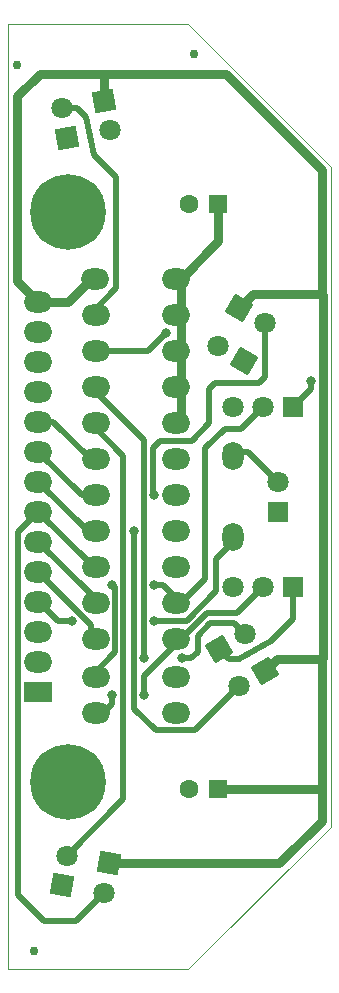
<source format=gbr>
G04 #@! TF.GenerationSoftware,KiCad,Pcbnew,9.0.1*
G04 #@! TF.CreationDate,2025-07-21T13:44:48+02:00*
G04 #@! TF.ProjectId,ukmarsbot-wall-sensor-advanced,756b6d61-7273-4626-9f74-2d77616c6c2d,rev?*
G04 #@! TF.SameCoordinates,Original*
G04 #@! TF.FileFunction,Copper,L1,Top*
G04 #@! TF.FilePolarity,Positive*
%FSLAX46Y46*%
G04 Gerber Fmt 4.6, Leading zero omitted, Abs format (unit mm)*
G04 Created by KiCad (PCBNEW 9.0.1) date 2025-07-21 13:44:48*
%MOMM*%
%LPD*%
G01*
G04 APERTURE LIST*
G04 Aperture macros list*
%AMRotRect*
0 Rectangle, with rotation*
0 The origin of the aperture is its center*
0 $1 length*
0 $2 width*
0 $3 Rotation angle, in degrees counterclockwise*
0 Add horizontal line*
21,1,$1,$2,0,0,$3*%
G04 Aperture macros list end*
G04 #@! TA.AperFunction,Profile*
%ADD10C,0.050000*%
G04 #@! TD*
%ADD11C,0.350000*%
G04 #@! TA.AperFunction,SMDPad,CuDef*
%ADD12C,0.750000*%
G04 #@! TD*
G04 #@! TA.AperFunction,ComponentPad*
%ADD13C,6.400000*%
G04 #@! TD*
G04 #@! TA.AperFunction,ComponentPad*
%ADD14RotRect,1.800000X1.800000X150.000000*%
G04 #@! TD*
G04 #@! TA.AperFunction,ComponentPad*
%ADD15C,1.800000*%
G04 #@! TD*
G04 #@! TA.AperFunction,ComponentPad*
%ADD16RotRect,1.800000X1.800000X100.000000*%
G04 #@! TD*
G04 #@! TA.AperFunction,ComponentPad*
%ADD17R,1.800000X1.800000*%
G04 #@! TD*
G04 #@! TA.AperFunction,ComponentPad*
%ADD18O,2.400000X1.800000*%
G04 #@! TD*
G04 #@! TA.AperFunction,ComponentPad*
%ADD19R,1.600000X1.600000*%
G04 #@! TD*
G04 #@! TA.AperFunction,ComponentPad*
%ADD20C,1.600000*%
G04 #@! TD*
G04 #@! TA.AperFunction,ComponentPad*
%ADD21RotRect,1.800000X1.800000X30.000000*%
G04 #@! TD*
G04 #@! TA.AperFunction,ComponentPad*
%ADD22RotRect,1.800000X1.800000X80.000000*%
G04 #@! TD*
G04 #@! TA.AperFunction,ComponentPad*
%ADD23O,1.800000X2.400000*%
G04 #@! TD*
G04 #@! TA.AperFunction,ComponentPad*
%ADD24RotRect,1.800000X1.800000X260.000000*%
G04 #@! TD*
G04 #@! TA.AperFunction,ComponentPad*
%ADD25RotRect,1.800000X1.800000X330.000000*%
G04 #@! TD*
G04 #@! TA.AperFunction,ComponentPad*
%ADD26RotRect,1.800000X1.800000X280.000000*%
G04 #@! TD*
G04 #@! TA.AperFunction,ComponentPad*
%ADD27RotRect,1.800000X1.800000X210.000000*%
G04 #@! TD*
G04 #@! TA.AperFunction,ComponentPad*
%ADD28R,2.400000X1.800000*%
G04 #@! TD*
G04 #@! TA.AperFunction,ViaPad*
%ADD29C,0.800000*%
G04 #@! TD*
G04 #@! TA.AperFunction,Conductor*
%ADD30C,0.500000*%
G04 #@! TD*
G04 #@! TA.AperFunction,Conductor*
%ADD31C,0.800000*%
G04 #@! TD*
G04 APERTURE END LIST*
D10*
X139290000Y-145005000D02*
X139290000Y-64995000D01*
X166595000Y-132305000D02*
X166595000Y-132940000D01*
X166595000Y-132940000D02*
X154530000Y-145005000D01*
X154530000Y-145005000D02*
X139290000Y-145005000D01*
X166595000Y-77060000D02*
X166595000Y-132305000D01*
X154530000Y-64995000D02*
X166595000Y-77060000D01*
X139290000Y-64995000D02*
X154530000Y-64995000D01*
D11*
X144370000Y-129130000D03*
X159200000Y-93500000D03*
X157000295Y-92230000D03*
X144277127Y-74600000D03*
X143836061Y-72098588D03*
X162150000Y-106275000D03*
X162150000Y-103735000D03*
X146275000Y-92681000D03*
X153895000Y-92681000D03*
X163420000Y-112620000D03*
X160880000Y-112620000D03*
X158340000Y-112620000D03*
X157070000Y-80235000D03*
X154570000Y-80235000D03*
X157100000Y-117900000D03*
X159299705Y-116630000D03*
X146275000Y-89633000D03*
X153895000Y-89633000D03*
X143834325Y-137900000D03*
X144275391Y-135398588D03*
X146285000Y-95729000D03*
X153905000Y-95729000D03*
X146275000Y-107921000D03*
X153895000Y-107921000D03*
X146275000Y-101825000D03*
X153895000Y-101825000D03*
X146275000Y-110969000D03*
X153895000Y-110969000D03*
X146275000Y-123288000D03*
X153895000Y-123288000D03*
X146275000Y-104873000D03*
X153895000Y-104873000D03*
X163420000Y-97380000D03*
X160880000Y-97380000D03*
X158340000Y-97380000D03*
X144370000Y-80870000D03*
X153885000Y-86585000D03*
X146265000Y-86585000D03*
X146275000Y-98777000D03*
X153895000Y-98777000D03*
X158340000Y-101200000D03*
X158340000Y-108820000D03*
X146275000Y-120240000D03*
X153895000Y-120240000D03*
X146275000Y-114017000D03*
X153895000Y-114017000D03*
X146275000Y-117065000D03*
X153895000Y-117065000D03*
X157070000Y-129765000D03*
X154570000Y-129765000D03*
X147825391Y-136026588D03*
X147384325Y-138528000D03*
X158848000Y-88998000D03*
X161047705Y-90268000D03*
X147427127Y-71472000D03*
X147868193Y-73973412D03*
X161047705Y-119732000D03*
X158848000Y-121002000D03*
X141830000Y-121510000D03*
X141830000Y-118970000D03*
X141830000Y-116430000D03*
X141830000Y-113890000D03*
X141830000Y-111350000D03*
X141830000Y-108810000D03*
X141830000Y-106270000D03*
X141830000Y-103730000D03*
X141830000Y-101190000D03*
X141830000Y-98650000D03*
X141830000Y-96110000D03*
X141830000Y-93570000D03*
X141830000Y-91030000D03*
X141830000Y-88490000D03*
D12*
X155000000Y-67500000D03*
X140000000Y-68500000D03*
X141500000Y-143500000D03*
D13*
X144370000Y-129130000D03*
D14*
X159200000Y-93500000D03*
D15*
X157000295Y-92230000D03*
D16*
X144277127Y-74600000D03*
D15*
X143836061Y-72098588D03*
D17*
X162150000Y-106275000D03*
D15*
X162150000Y-103735000D03*
D18*
X146675000Y-92681000D03*
X153495000Y-92681000D03*
D17*
X163420000Y-112620000D03*
D15*
X160880000Y-112620000D03*
X158340000Y-112620000D03*
D19*
X157070000Y-80235000D03*
D20*
X154570000Y-80235000D03*
D21*
X157100000Y-117900000D03*
D15*
X159299705Y-116630000D03*
D18*
X146675000Y-89633000D03*
X153495000Y-89633000D03*
D22*
X143834325Y-137900000D03*
D15*
X144275391Y-135398588D03*
D18*
X146685000Y-95729000D03*
X153505000Y-95729000D03*
X146675000Y-107921000D03*
X153495000Y-107921000D03*
X146675000Y-101825000D03*
X153495000Y-101825000D03*
X146675000Y-110969000D03*
X153495000Y-110969000D03*
X146675000Y-123288000D03*
X153495000Y-123288000D03*
X146675000Y-104873000D03*
X153495000Y-104873000D03*
D17*
X163420000Y-97380000D03*
D15*
X160880000Y-97380000D03*
X158340000Y-97380000D03*
D13*
X144370000Y-80870000D03*
D18*
X153485000Y-86585000D03*
X146665000Y-86585000D03*
X146675000Y-98777000D03*
X153495000Y-98777000D03*
D23*
X158340000Y-101600000D03*
X158340000Y-108420000D03*
D18*
X146675000Y-120240000D03*
X153495000Y-120240000D03*
X146675000Y-114017000D03*
X153495000Y-114017000D03*
X146675000Y-117065000D03*
X153495000Y-117065000D03*
D19*
X157070000Y-129765000D03*
D20*
X154570000Y-129765000D03*
D24*
X147825391Y-136026588D03*
D15*
X147384325Y-138528000D03*
D25*
X158848000Y-88998000D03*
D15*
X161047705Y-90268000D03*
D26*
X147427127Y-71472000D03*
D15*
X147868193Y-73973412D03*
D27*
X161047705Y-119732000D03*
D15*
X158848000Y-121002000D03*
D28*
X141830000Y-121510000D03*
D18*
X141830000Y-118970000D03*
X141830000Y-116430000D03*
X141830000Y-113890000D03*
X141830000Y-111350000D03*
X141830000Y-108810000D03*
X141830000Y-106270000D03*
X141830000Y-103730000D03*
X141830000Y-101190000D03*
X141830000Y-98650000D03*
X141830000Y-96110000D03*
X141830000Y-93570000D03*
X141830000Y-91030000D03*
X141830000Y-88490000D03*
D29*
X164886262Y-95184886D03*
X152625000Y-91157000D03*
X150800000Y-118700000D03*
X154000000Y-118700000D03*
X151649500Y-104873000D03*
X149900000Y-107950000D03*
X144700000Y-115500000D03*
X151600000Y-115500000D03*
X151600000Y-112500000D03*
X148100000Y-112450000D03*
X150750000Y-121819010D03*
X148050500Y-121802626D03*
D30*
X164886262Y-95913738D02*
X163420000Y-97380000D01*
X164886262Y-95184886D02*
X164886262Y-95913738D01*
X148434000Y-87347000D02*
X146275000Y-89506000D01*
X146529000Y-76044000D02*
X148434000Y-77949000D01*
X145894000Y-72869000D02*
X146529000Y-76044000D01*
X148434000Y-77949000D02*
X148434000Y-87347000D01*
X143836061Y-72098588D02*
X145123588Y-72098588D01*
X145123588Y-72098588D02*
X145894000Y-72869000D01*
X146275000Y-92681000D02*
X151101000Y-92681000D01*
X151101000Y-92681000D02*
X152625000Y-91157000D01*
X154000000Y-118700000D02*
X154775000Y-118700000D01*
X155325000Y-116800000D02*
X156395000Y-115730000D01*
X156395000Y-115730000D02*
X158399705Y-115730000D01*
X155325000Y-118150000D02*
X155325000Y-116800000D01*
X150750000Y-118650000D02*
X150750000Y-100194000D01*
X150750000Y-100194000D02*
X146285000Y-95729000D01*
X154775000Y-118700000D02*
X155325000Y-118150000D01*
X158399705Y-115730000D02*
X159299705Y-116630000D01*
X150800000Y-118700000D02*
X150750000Y-118650000D01*
X149025000Y-130648979D02*
X144275391Y-135398588D01*
X149025000Y-101527000D02*
X149025000Y-130648979D01*
X146275000Y-98777000D02*
X149025000Y-101527000D01*
X158340000Y-101200000D02*
X159615000Y-101200000D01*
X159615000Y-101200000D02*
X162150000Y-103735000D01*
D31*
X153905000Y-95729000D02*
X153905000Y-98767000D01*
X153895000Y-89760000D02*
X153895000Y-92798000D01*
X157070000Y-80235000D02*
X157070000Y-83400000D01*
X157070000Y-83400000D02*
X153885000Y-86585000D01*
X153895000Y-86585000D02*
X153895000Y-89760000D01*
X153905000Y-92808000D02*
X153905000Y-95846000D01*
D30*
X143100000Y-98650000D02*
X146275000Y-101825000D01*
X141830000Y-98650000D02*
X143100000Y-98650000D01*
X141830000Y-101190000D02*
X145513000Y-104873000D01*
X151499501Y-100918499D02*
X151499501Y-104723001D01*
X156764000Y-95400000D02*
X156307000Y-95857000D01*
X161047705Y-94902295D02*
X160550000Y-95400000D01*
X151499501Y-104723001D02*
X151649500Y-104873000D01*
X161047705Y-90268000D02*
X161047705Y-94902295D01*
X152159000Y-100259000D02*
X151499501Y-100918499D01*
X156307000Y-98793000D02*
X154841000Y-100259000D01*
X160550000Y-95400000D02*
X156764000Y-95400000D01*
X145513000Y-104873000D02*
X146275000Y-104873000D01*
X154841000Y-100259000D02*
X152159000Y-100259000D01*
X156307000Y-95857000D02*
X156307000Y-98793000D01*
X155050000Y-124800000D02*
X158848000Y-121002000D01*
X149900000Y-107950000D02*
X149900000Y-122950000D01*
X149900000Y-122950000D02*
X151750000Y-124800000D01*
X141830000Y-103730000D02*
X146021000Y-107921000D01*
X151750000Y-124800000D02*
X155050000Y-124800000D01*
X141830000Y-106270000D02*
X140100000Y-108000000D01*
X145012325Y-140900000D02*
X147384325Y-138528000D01*
X140100000Y-108000000D02*
X140100000Y-138700000D01*
X140100000Y-138700000D02*
X142300000Y-140900000D01*
X142300000Y-140900000D02*
X145012325Y-140900000D01*
X141830000Y-106270000D02*
X146275000Y-110715000D01*
X156900000Y-113000000D02*
X156900000Y-110260000D01*
X151600000Y-115500000D02*
X154400000Y-115500000D01*
X141898624Y-113890000D02*
X143508624Y-115500000D01*
X154400000Y-115500000D02*
X156900000Y-113000000D01*
X143508624Y-115500000D02*
X144700000Y-115500000D01*
X156900000Y-110260000D02*
X158340000Y-108820000D01*
X146275000Y-113255000D02*
X146275000Y-114017000D01*
X141830000Y-108810000D02*
X146275000Y-113255000D01*
X141830000Y-111428625D02*
X146275000Y-115873625D01*
X146275000Y-115873625D02*
X146275000Y-117065000D01*
D31*
X162238412Y-136026588D02*
X165833000Y-132432000D01*
X162063705Y-118716000D02*
X165833000Y-118716000D01*
X165833000Y-87855000D02*
X165833000Y-77314000D01*
X165885762Y-118663238D02*
X165885762Y-87907762D01*
X141830000Y-88490000D02*
X144360000Y-88490000D01*
X157705000Y-69186000D02*
X147545000Y-69186000D01*
X158848000Y-88998000D02*
X159991000Y-87855000D01*
X147427127Y-71472000D02*
X147427127Y-69303873D01*
X141957000Y-69186000D02*
X140052000Y-71091000D01*
X161047705Y-119732000D02*
X162063705Y-118716000D01*
X165833000Y-129638000D02*
X165833000Y-118716000D01*
X165833000Y-118716000D02*
X165885762Y-118663238D01*
X159991000Y-87855000D02*
X165833000Y-87855000D01*
X147825391Y-136026588D02*
X162238412Y-136026588D01*
X147545000Y-69186000D02*
X141957000Y-69186000D01*
X157070000Y-129765000D02*
X165706000Y-129765000D01*
X165706000Y-129765000D02*
X165833000Y-129638000D01*
X165833000Y-132432000D02*
X165833000Y-129638000D01*
X140052000Y-71091000D02*
X140052000Y-86712000D01*
X165833000Y-77314000D02*
X157705000Y-69186000D01*
X140052000Y-86712000D02*
X141830000Y-88490000D01*
X165885762Y-87907762D02*
X165833000Y-87855000D01*
X147427127Y-69303873D02*
X147545000Y-69186000D01*
X144360000Y-88490000D02*
X146265000Y-86585000D01*
D30*
X157600000Y-99250000D02*
X155950000Y-100900000D01*
X148325000Y-118190000D02*
X146275000Y-120240000D01*
X159010000Y-99250000D02*
X157600000Y-99250000D01*
X148100000Y-112450000D02*
X148325000Y-112675000D01*
X160880000Y-97380000D02*
X159010000Y-99250000D01*
X155950000Y-100900000D02*
X155950000Y-111962000D01*
X151600000Y-112500000D02*
X152378000Y-112500000D01*
X152378000Y-112500000D02*
X153895000Y-114017000D01*
X148325000Y-112675000D02*
X148325000Y-118190000D01*
X155950000Y-111962000D02*
X153895000Y-114017000D01*
X163420000Y-115355000D02*
X163420000Y-112620000D01*
X161525000Y-117250000D02*
X163420000Y-115355000D01*
X158825000Y-118775000D02*
X161525000Y-117250000D01*
X157100000Y-117900000D02*
X157975000Y-118775000D01*
X157975000Y-118775000D02*
X158825000Y-118775000D01*
X148050500Y-122527126D02*
X148050500Y-121802626D01*
X150750000Y-120210000D02*
X153895000Y-117065000D01*
X160880000Y-112620000D02*
X158650000Y-114850000D01*
X147289626Y-123288000D02*
X148050500Y-122527126D01*
X158650000Y-114850000D02*
X156110000Y-114850000D01*
X156110000Y-114850000D02*
X153895000Y-117065000D01*
X150750000Y-121819010D02*
X150750000Y-120210000D01*
D11*
X164886262Y-95184886D03*
X152625000Y-91157000D03*
X150800000Y-118700000D03*
X154000000Y-118700000D03*
X151649500Y-104873000D03*
X149900000Y-107950000D03*
X144700000Y-115500000D03*
X151600000Y-115500000D03*
X151600000Y-112500000D03*
X148100000Y-112450000D03*
X150750000Y-121819010D03*
X148050500Y-121802626D03*
X144370000Y-129130000D03*
X159200000Y-93500000D03*
X157000295Y-92230000D03*
X144277127Y-74600000D03*
X143836061Y-72098588D03*
X162150000Y-106275000D03*
X162150000Y-103735000D03*
X146275000Y-92681000D03*
X153895000Y-92681000D03*
X163420000Y-112620000D03*
X160880000Y-112620000D03*
X158340000Y-112620000D03*
X157070000Y-80235000D03*
X154570000Y-80235000D03*
X157100000Y-117900000D03*
X159299705Y-116630000D03*
X146275000Y-89633000D03*
X153895000Y-89633000D03*
X143834325Y-137900000D03*
X144275391Y-135398588D03*
X146285000Y-95729000D03*
X153905000Y-95729000D03*
X146275000Y-107921000D03*
X153895000Y-107921000D03*
X146275000Y-101825000D03*
X153895000Y-101825000D03*
X146275000Y-110969000D03*
X153895000Y-110969000D03*
X146275000Y-123288000D03*
X153895000Y-123288000D03*
X146275000Y-104873000D03*
X153895000Y-104873000D03*
X163420000Y-97380000D03*
X160880000Y-97380000D03*
X158340000Y-97380000D03*
X144370000Y-80870000D03*
X153885000Y-86585000D03*
X146265000Y-86585000D03*
X146275000Y-98777000D03*
X153895000Y-98777000D03*
X158340000Y-101200000D03*
X158340000Y-108820000D03*
X146275000Y-120240000D03*
X153895000Y-120240000D03*
X146275000Y-114017000D03*
X153895000Y-114017000D03*
X146275000Y-117065000D03*
X153895000Y-117065000D03*
X157070000Y-129765000D03*
X154570000Y-129765000D03*
X147825391Y-136026588D03*
X147384325Y-138528000D03*
X158848000Y-88998000D03*
X161047705Y-90268000D03*
X147427127Y-71472000D03*
X147868193Y-73973412D03*
X161047705Y-119732000D03*
X158848000Y-121002000D03*
X141830000Y-121510000D03*
X141830000Y-118970000D03*
X141830000Y-116430000D03*
X141830000Y-113890000D03*
X141830000Y-111350000D03*
X141830000Y-108810000D03*
X141830000Y-106270000D03*
X141830000Y-103730000D03*
X141830000Y-101190000D03*
X141830000Y-98650000D03*
X141830000Y-96110000D03*
X141830000Y-93570000D03*
X141830000Y-91030000D03*
X141830000Y-88490000D03*
X144370000Y-129130000D03*
X159200000Y-93500000D03*
X157000295Y-92230000D03*
X144277127Y-74600000D03*
X143836061Y-72098588D03*
X162150000Y-106275000D03*
X162150000Y-103735000D03*
X146275000Y-92681000D03*
X153895000Y-92681000D03*
X163420000Y-112620000D03*
X160880000Y-112620000D03*
X158340000Y-112620000D03*
X157070000Y-80235000D03*
X154570000Y-80235000D03*
X157100000Y-117900000D03*
X159299705Y-116630000D03*
X146275000Y-89633000D03*
X153895000Y-89633000D03*
X143834325Y-137900000D03*
X144275391Y-135398588D03*
X146285000Y-95729000D03*
X153905000Y-95729000D03*
X146275000Y-107921000D03*
X153895000Y-107921000D03*
X146275000Y-101825000D03*
X153895000Y-101825000D03*
X146275000Y-110969000D03*
X153895000Y-110969000D03*
X146275000Y-123288000D03*
X153895000Y-123288000D03*
X146275000Y-104873000D03*
X153895000Y-104873000D03*
X163420000Y-97380000D03*
X160880000Y-97380000D03*
X158340000Y-97380000D03*
X144370000Y-80870000D03*
X153885000Y-86585000D03*
X146265000Y-86585000D03*
X146275000Y-98777000D03*
X153895000Y-98777000D03*
X158340000Y-101200000D03*
X158340000Y-108820000D03*
X146275000Y-120240000D03*
X153895000Y-120240000D03*
X146275000Y-114017000D03*
X153895000Y-114017000D03*
X146275000Y-117065000D03*
X153895000Y-117065000D03*
X157070000Y-129765000D03*
X154570000Y-129765000D03*
X147825391Y-136026588D03*
X147384325Y-138528000D03*
X158848000Y-88998000D03*
X161047705Y-90268000D03*
X147427127Y-71472000D03*
X147868193Y-73973412D03*
X161047705Y-119732000D03*
X158848000Y-121002000D03*
X141830000Y-121510000D03*
X141830000Y-118970000D03*
X141830000Y-116430000D03*
X141830000Y-113890000D03*
X141830000Y-111350000D03*
X141830000Y-108810000D03*
X141830000Y-106270000D03*
X141830000Y-103730000D03*
X141830000Y-101190000D03*
X141830000Y-98650000D03*
X141830000Y-96110000D03*
X141830000Y-93570000D03*
X141830000Y-91030000D03*
X141830000Y-88490000D03*
M02*

</source>
